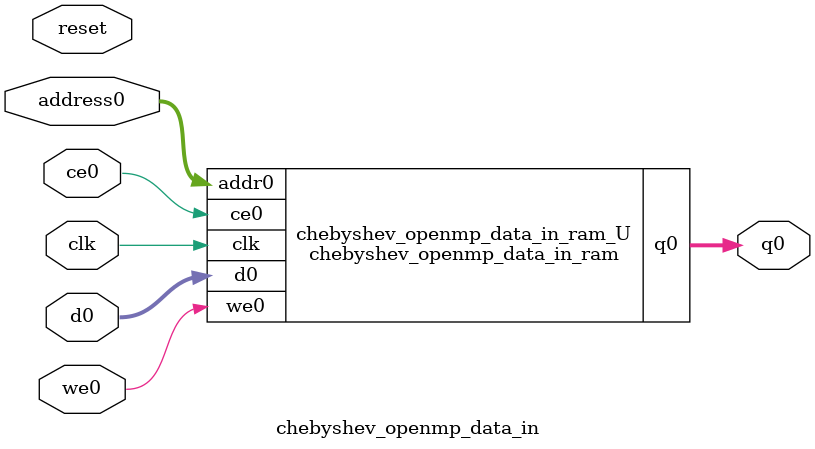
<source format=v>
`timescale 1 ns / 1 ps
module chebyshev_openmp_data_in_ram (addr0, ce0, d0, we0, q0,  clk);

parameter DWIDTH = 27;
parameter AWIDTH = 27;
parameter MEM_SIZE = 67108864;

input[AWIDTH-1:0] addr0;
input ce0;
input[DWIDTH-1:0] d0;
input we0;
output wire[DWIDTH-1:0] q0;
input clk;

(* ram_style = "block" *)reg [DWIDTH-1:0] ram[0:MEM_SIZE-1];
wire [AWIDTH-1:0] addr0_t0; 
reg [AWIDTH-1:0] addr0_t1; 
wire [DWIDTH-1:0] d0_t0; 
wire we0_t0; 
reg [DWIDTH-1:0] d0_t1; 
reg we0_t1; 
reg [DWIDTH-1:0] q0_t0;
reg [DWIDTH-1:0] q0_t1;


assign addr0_t0 = addr0;
assign d0_t0 = d0;
assign we0_t0 = we0;
assign q0 = q0_t1;

always @(posedge clk)  
begin
    if (ce0) 
    begin
        addr0_t1 <= addr0_t0; 
        d0_t1 <= d0_t0;
        we0_t1 <= we0_t0;
        q0_t1 <= q0_t0;
    end
end


always @(posedge clk)  
begin 
    if (ce0) 
    begin
        if (we0_t1) 
        begin 
            ram[addr0_t1] <= d0_t1; 
        end 
        q0_t0 <= ram[addr0_t1];
    end
end


endmodule

`timescale 1 ns / 1 ps
module chebyshev_openmp_data_in(
    reset,
    clk,
    address0,
    ce0,
    we0,
    d0,
    q0);

parameter DataWidth = 32'd27;
parameter AddressRange = 32'd67108864;
parameter AddressWidth = 32'd27;
input reset;
input clk;
input[AddressWidth - 1:0] address0;
input ce0;
input we0;
input[DataWidth - 1:0] d0;
output[DataWidth - 1:0] q0;



chebyshev_openmp_data_in_ram chebyshev_openmp_data_in_ram_U(
    .clk( clk ),
    .addr0( address0 ),
    .ce0( ce0 ),
    .we0( we0 ),
    .d0( d0 ),
    .q0( q0 ));

endmodule


</source>
